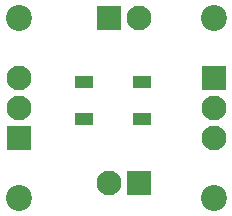
<source format=gbr>
%TF.GenerationSoftware,KiCad,Pcbnew,(6.0.7)*%
%TF.CreationDate,2022-11-13T21:56:09+01:00*%
%TF.ProjectId,LED Matrix,4c454420-4d61-4747-9269-782e6b696361,rev?*%
%TF.SameCoordinates,Original*%
%TF.FileFunction,Soldermask,Top*%
%TF.FilePolarity,Negative*%
%FSLAX46Y46*%
G04 Gerber Fmt 4.6, Leading zero omitted, Abs format (unit mm)*
G04 Created by KiCad (PCBNEW (6.0.7)) date 2022-11-13 21:56:09*
%MOMM*%
%LPD*%
G01*
G04 APERTURE LIST*
%ADD10C,2.200000*%
%ADD11R,1.500000X1.000000*%
%ADD12R,2.100000X2.100000*%
%ADD13C,2.100000*%
G04 APERTURE END LIST*
D10*
%TO.C,REF\u002A\u002A*%
X114300000Y-97790000D03*
%TD*%
%TO.C,REF\u002A\u002A*%
X130810000Y-97790000D03*
%TD*%
%TO.C,REF\u002A\u002A*%
X130810000Y-82550000D03*
%TD*%
%TO.C,REF\u002A\u002A*%
X114300000Y-82550000D03*
%TD*%
D11*
%TO.C,Pix1*%
X119825000Y-87945000D03*
X119825000Y-91145000D03*
X124725000Y-91145000D03*
X124725000Y-87945000D03*
%TD*%
D12*
%TO.C,Out*%
X130810000Y-87630000D03*
D13*
X130810000Y-90170000D03*
X130810000Y-92710000D03*
%TD*%
D12*
%TO.C,Top*%
X121920000Y-82550000D03*
D13*
X124460000Y-82550000D03*
%TD*%
D12*
%TO.C,Bottom*%
X124460000Y-96520000D03*
D13*
X121920000Y-96520000D03*
%TD*%
D12*
%TO.C,In*%
X114300000Y-92710000D03*
D13*
X114300000Y-90170000D03*
X114300000Y-87630000D03*
%TD*%
M02*

</source>
